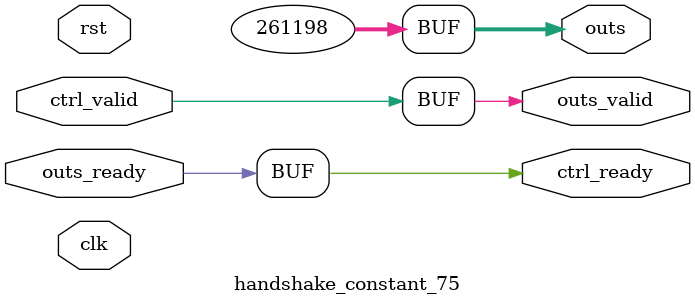
<source format=v>
`timescale 1ns / 1ps
module handshake_constant_75 #(
  parameter DATA_WIDTH = 32  // Default set to 32 bits
) (
  input                       clk,
  input                       rst,
  // Input Channel
  input                       ctrl_valid,
  output                      ctrl_ready,
  // Output Channel
  output [DATA_WIDTH - 1 : 0] outs,
  output                      outs_valid,
  input                       outs_ready
);
  assign outs       = 18'b111111110001001110;
  assign outs_valid = ctrl_valid;
  assign ctrl_ready = outs_ready;

endmodule

</source>
